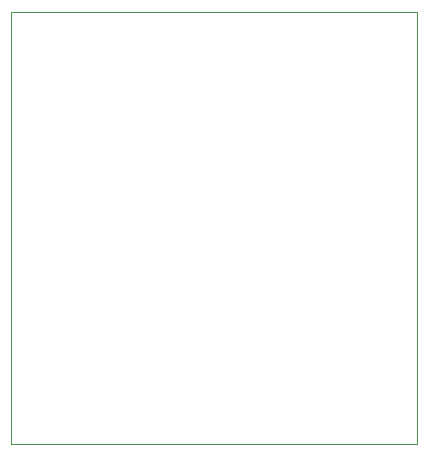
<source format=gm1>
%TF.GenerationSoftware,KiCad,Pcbnew,(6.0.7)*%
%TF.CreationDate,2022-09-30T18:15:50+08:00*%
%TF.ProjectId,UINIO-EVB-STM32L051K8,55494e49-4f2d-4455-9642-2d53544d3332,rev?*%
%TF.SameCoordinates,Original*%
%TF.FileFunction,Profile,NP*%
%FSLAX46Y46*%
G04 Gerber Fmt 4.6, Leading zero omitted, Abs format (unit mm)*
G04 Created by KiCad (PCBNEW (6.0.7)) date 2022-09-30 18:15:50*
%MOMM*%
%LPD*%
G01*
G04 APERTURE LIST*
%TA.AperFunction,Profile*%
%ADD10C,0.100000*%
%TD*%
G04 APERTURE END LIST*
D10*
X137730000Y-94740000D02*
X172150000Y-94740000D01*
X172150000Y-94740000D02*
X172150000Y-131320000D01*
X172150000Y-131320000D02*
X137730000Y-131320000D01*
X137730000Y-131320000D02*
X137730000Y-94740000D01*
M02*

</source>
